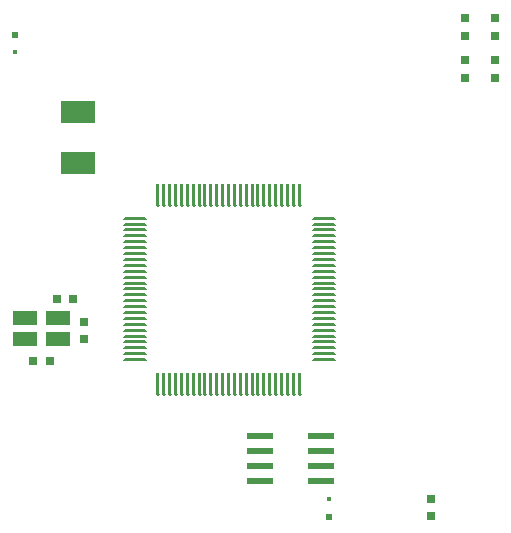
<source format=gtp>
%FSLAX23Y23*%
%MOIN*%
G70*
G01*
G75*
G04 Layer_Color=8421504*
%ADD10C,0.012*%
%ADD11C,0.014*%
%ADD12R,0.118X0.073*%
%ADD13R,0.031X0.031*%
%ADD14R,0.087X0.024*%
%ADD15R,0.087X0.024*%
%ADD16O,0.010X0.080*%
%ADD17O,0.080X0.010*%
%ADD18R,0.079X0.047*%
%ADD19R,0.014X0.014*%
%ADD20R,0.020X0.020*%
%ADD21R,0.030X0.030*%
%ADD22R,0.030X0.030*%
%ADD23C,0.008*%
%ADD24C,0.031*%
%ADD25C,0.024*%
%ADD26C,0.020*%
%ADD27C,0.016*%
%ADD28C,0.059*%
%ADD29R,0.059X0.059*%
%ADD30R,0.059X0.059*%
%ADD31C,0.024*%
%ADD32C,0.030*%
%ADD33R,0.060X0.060*%
%ADD34R,0.040X0.050*%
%ADD35R,0.040X0.060*%
%ADD36R,0.085X0.043*%
%ADD37R,0.085X0.043*%
%ADD38R,0.085X0.138*%
%ADD39R,0.022X0.061*%
%ADD40R,0.059X0.051*%
%ADD41R,0.039X0.043*%
%ADD42R,0.059X0.057*%
%ADD43C,0.010*%
%ADD44C,0.010*%
%ADD45C,0.008*%
%ADD46C,0.004*%
%ADD47C,0.005*%
%ADD48C,0.006*%
%ADD49C,0.012*%
%ADD50C,0.006*%
D12*
X2512Y5645D02*
D03*
Y5814D02*
D03*
D13*
X3900Y6130D02*
D03*
Y6070D02*
D03*
Y5990D02*
D03*
Y5930D02*
D03*
X3800Y5990D02*
D03*
Y5930D02*
D03*
Y6130D02*
D03*
Y6070D02*
D03*
D14*
X3322Y4635D02*
D03*
Y4685D02*
D03*
Y4735D02*
D03*
X3118Y4585D02*
D03*
Y4635D02*
D03*
Y4685D02*
D03*
Y4735D02*
D03*
D15*
X3322Y4585D02*
D03*
D16*
X2779Y5539D02*
D03*
X2798Y5539D02*
D03*
X2818D02*
D03*
X2838Y5539D02*
D03*
X2857Y5539D02*
D03*
X2877Y5539D02*
D03*
X2897Y5539D02*
D03*
X2917D02*
D03*
X2936D02*
D03*
X2956D02*
D03*
X2976D02*
D03*
X2995D02*
D03*
X3015D02*
D03*
X3035D02*
D03*
X3054D02*
D03*
X3074D02*
D03*
X3094D02*
D03*
X3113D02*
D03*
X3133D02*
D03*
X3153D02*
D03*
X3172D02*
D03*
X3192D02*
D03*
X3212D02*
D03*
X3231D02*
D03*
X3251D02*
D03*
Y4909D02*
D03*
X3231D02*
D03*
X3212D02*
D03*
X3192D02*
D03*
X3172D02*
D03*
X3153D02*
D03*
X3133D02*
D03*
X3113D02*
D03*
X3094D02*
D03*
X3074D02*
D03*
X3054D02*
D03*
X3035D02*
D03*
X3015D02*
D03*
X2995D02*
D03*
X2976D02*
D03*
X2956D02*
D03*
X2936Y4909D02*
D03*
X2917D02*
D03*
X2897D02*
D03*
X2877D02*
D03*
X2857Y4909D02*
D03*
X2838D02*
D03*
X2818Y4909D02*
D03*
X2798D02*
D03*
X2779Y4909D02*
D03*
D17*
X3330Y5460D02*
D03*
Y5440D02*
D03*
Y5421D02*
D03*
Y5401D02*
D03*
Y5381D02*
D03*
Y5362D02*
D03*
Y5342D02*
D03*
Y5322D02*
D03*
Y5303D02*
D03*
Y5283D02*
D03*
Y5263D02*
D03*
Y5243D02*
D03*
Y5224D02*
D03*
Y5204D02*
D03*
Y5184D02*
D03*
Y5165D02*
D03*
X3330Y5145D02*
D03*
X3330Y5125D02*
D03*
Y5106D02*
D03*
Y5066D02*
D03*
Y5047D02*
D03*
Y5027D02*
D03*
Y5007D02*
D03*
Y4988D02*
D03*
X2700D02*
D03*
Y5007D02*
D03*
Y5027D02*
D03*
Y5047D02*
D03*
Y5066D02*
D03*
Y5086D02*
D03*
Y5106D02*
D03*
Y5125D02*
D03*
Y5145D02*
D03*
Y5165D02*
D03*
Y5184D02*
D03*
Y5204D02*
D03*
Y5224D02*
D03*
Y5243D02*
D03*
Y5263D02*
D03*
Y5283D02*
D03*
Y5303D02*
D03*
Y5322D02*
D03*
Y5342D02*
D03*
Y5362D02*
D03*
Y5381D02*
D03*
Y5401D02*
D03*
Y5421D02*
D03*
Y5440D02*
D03*
Y5460D02*
D03*
X3330Y5086D02*
D03*
D18*
X2444Y5058D02*
D03*
X2334D02*
D03*
X2444Y5128D02*
D03*
X2334D02*
D03*
D19*
X2302Y6015D02*
D03*
X3347Y4524D02*
D03*
D20*
X2302Y6073D02*
D03*
X3347Y4466D02*
D03*
D21*
X2417Y4984D02*
D03*
X2362D02*
D03*
X2441Y5193D02*
D03*
X2496D02*
D03*
D22*
X2531Y5114D02*
D03*
Y5059D02*
D03*
X3689Y4524D02*
D03*
Y4469D02*
D03*
M02*

</source>
